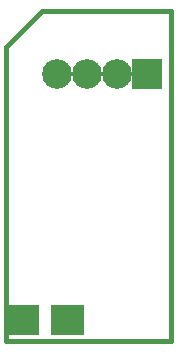
<source format=gbs>
G04 (created by PCBNEW-RS274X (2012-apr-16-27)-stable) date Thu 17 Apr 2014 14:15:56 BST*
G01*
G70*
G90*
%MOIN*%
G04 Gerber Fmt 3.4, Leading zero omitted, Abs format*
%FSLAX34Y34*%
G04 APERTURE LIST*
%ADD10C,0.020000*%
%ADD11C,0.015000*%
%ADD12R,0.059400X0.098700*%
%ADD13R,0.098700X0.098700*%
%ADD14C,0.098700*%
G04 APERTURE END LIST*
G54D10*
G54D11*
X00409Y00220D02*
X05909Y00220D01*
X00409Y10020D02*
X00409Y00220D01*
X01609Y11220D02*
X05909Y11220D01*
X00409Y10020D02*
X01609Y11220D01*
X05909Y10420D02*
X05909Y11220D01*
X05906Y00197D02*
X05906Y10433D01*
G54D12*
X02709Y00920D03*
X02209Y00920D03*
X01209Y00920D03*
X00709Y00920D03*
G54D13*
X05109Y09120D03*
G54D14*
X04109Y09120D03*
X03109Y09120D03*
X02109Y09120D03*
M02*

</source>
